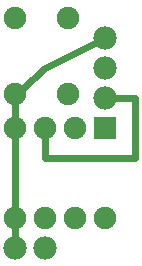
<source format=gtl>
G04 MADE WITH FRITZING*
G04 WWW.FRITZING.ORG*
G04 DOUBLE SIDED*
G04 HOLES PLATED*
G04 CONTOUR ON CENTER OF CONTOUR VECTOR*
%ASAXBY*%
%FSLAX23Y23*%
%MOIN*%
%OFA0B0*%
%SFA1.0B1.0*%
%ADD10C,0.075000*%
%ADD11C,0.078000*%
%ADD12R,0.075000X0.075000*%
%ADD13C,0.024000*%
%LNCOPPER1*%
G90*
G70*
G54D10*
X374Y475D03*
X374Y175D03*
X274Y475D03*
X274Y175D03*
X174Y475D03*
X174Y175D03*
X74Y475D03*
X74Y175D03*
G54D11*
X374Y775D03*
X374Y675D03*
X374Y575D03*
X174Y75D03*
X74Y75D03*
G54D10*
X74Y587D03*
X74Y843D03*
X251Y587D03*
X251Y843D03*
G54D12*
X374Y475D03*
G54D13*
X74Y146D02*
X74Y105D01*
D02*
X74Y446D02*
X74Y204D01*
D02*
X74Y559D02*
X74Y504D01*
D02*
X347Y762D02*
X173Y676D01*
D02*
X173Y676D02*
X96Y606D01*
D02*
X474Y375D02*
X174Y375D01*
D02*
X174Y375D02*
X174Y446D01*
D02*
X404Y575D02*
X474Y575D01*
D02*
X474Y575D02*
X474Y375D01*
G04 End of Copper1*
M02*
</source>
